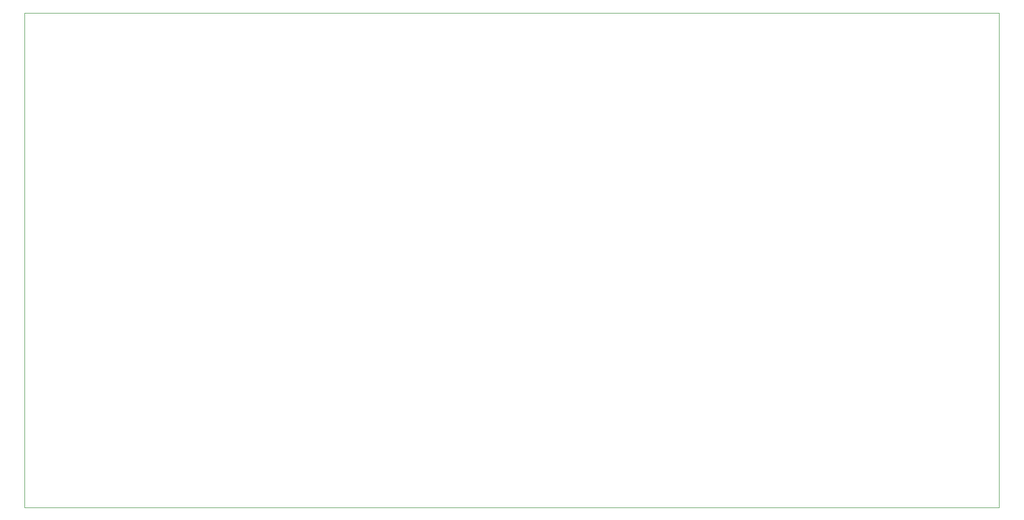
<source format=gbr>
%TF.GenerationSoftware,KiCad,Pcbnew,(5.1.10)-1*%
%TF.CreationDate,2021-08-31T12:59:51-03:00*%
%TF.ProjectId,Test1,54657374-312e-46b6-9963-61645f706362,rev?*%
%TF.SameCoordinates,Original*%
%TF.FileFunction,Profile,NP*%
%FSLAX46Y46*%
G04 Gerber Fmt 4.6, Leading zero omitted, Abs format (unit mm)*
G04 Created by KiCad (PCBNEW (5.1.10)-1) date 2021-08-31 12:59:51*
%MOMM*%
%LPD*%
G01*
G04 APERTURE LIST*
%TA.AperFunction,Profile*%
%ADD10C,0.100000*%
%TD*%
G04 APERTURE END LIST*
D10*
X254000000Y-50800000D02*
X254000000Y-134620000D01*
X88900000Y-50800000D02*
X254000000Y-50800000D01*
X88900000Y-134620000D02*
X88900000Y-50800000D01*
X254000000Y-134620000D02*
X88900000Y-134620000D01*
M02*

</source>
